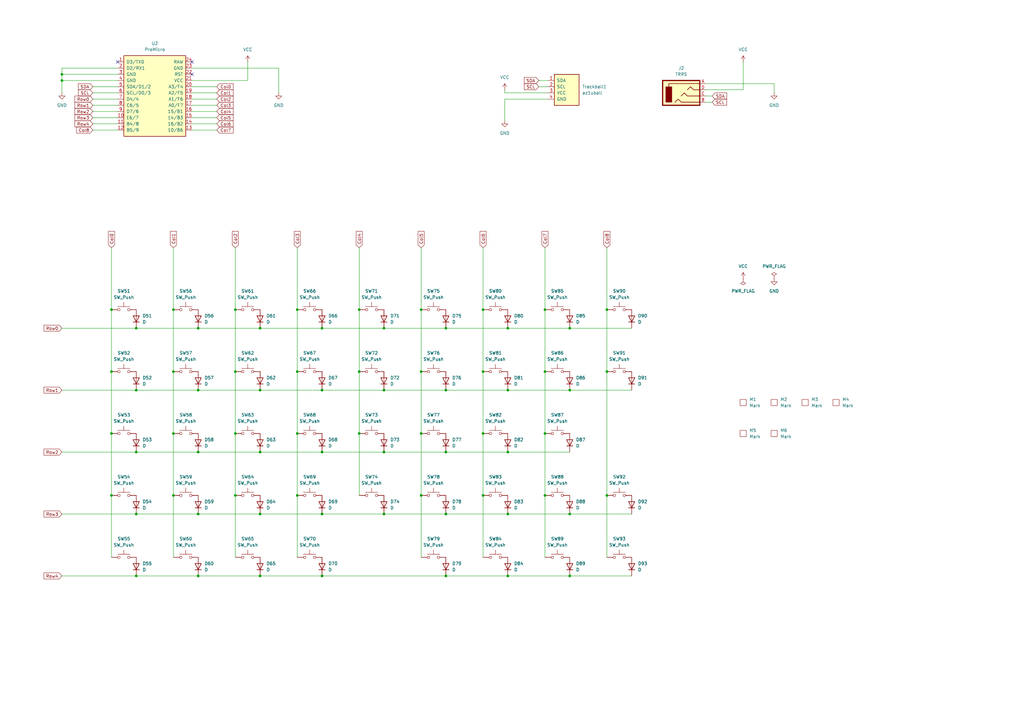
<source format=kicad_sch>
(kicad_sch (version 20231120) (generator "eeschema") (generator_version "8.0")
  (paper "A3")
  (lib_symbols
    (symbol "BrownSugar_KBD:Mark" (pin_numbers hide) (pin_names (offset 0) hide)
      (property "Reference" "M" (at 0 3.81 0))
      (property "Value" "Mark" (at 0 2.54 0))
      (symbol "Mark_0_1"
        (rectangle (start -1.27 1.27) (end 1.27 -1.27))
      )
    )
    (symbol "BrownSugar_KBD:OLED" (pin_names (offset 1.016))
      (property "Reference" "OL" (at 0 7.62 0))
      (property "Value" "OLED" (at 0 -7.62 0))
      (symbol "OLED_0_1"
        (rectangle (start -5.08 6.35) (end 5.08 -6.35) (stroke (width 0.254)) (fill (type background)))
      )
      (symbol "OLED_1_1"
        (pin bidirectional line (at -7.62 3.81 0) (length 2.54) (name "SDA") (number "1"))
        (pin bidirectional line (at -7.62 1.27 0) (length 2.54) (name "SCL") (number "2"))
        (pin power_in line (at -7.62 -1.27 0) (length 2.54) (name "VCC") (number "3"))
        (pin power_in line (at -7.62 -3.81 0) (length 2.54) (name "GND") (number "4"))
      )
    )
    (symbol "BrownSugar_KBD:ProMicro" (pin_names (offset 1.016))
      (property "Reference" "U" (at 0 17.78 0))
      (property "Value" "ProMicro" (at 0 -17.78 0))
      (symbol "ProMicro_0_1"
        (rectangle (start -12.7 16.51) (end 12.7 -16.51) (stroke (width 0.254)) (fill (type background)))
      )
      (symbol "ProMicro_1_1"
        (pin bidirectional line (at -15.24 13.97 0) (length 2.54) (name "D3/TX0") (number "1"))
        (pin bidirectional line (at -15.24 -8.89 0) (length 2.54) (name "E6/7") (number "10"))
        (pin bidirectional line (at -15.24 -11.43 0) (length 2.54) (name "B4/8") (number "11"))
        (pin bidirectional line (at -15.24 -13.97 0) (length 2.54) (name "B5/9") (number "12"))
        (pin bidirectional line (at 15.24 -13.97 180) (length 2.54) (name "10/B6") (number "13"))
        (pin bidirectional line (at 15.24 -11.43 180) (length 2.54) (name "16/B2") (number "14"))
        (pin bidirectional line (at 15.24 -8.89 180) (length 2.54) (name "14/B3") (number "15"))
        (pin bidirectional line (at 15.24 -6.35 180) (length 2.54) (name "15/B1") (number "16"))
        (pin bidirectional line (at 15.24 -3.81 180) (length 2.54) (name "A0/F7") (number "17"))
        (pin bidirectional line (at 15.24 -1.27 180) (length 2.54) (name "A1/F6") (number "18"))
        (pin bidirectional line (at 15.24 1.27 180) (length 2.54) (name "A2/F5") (number "19"))
        (pin bidirectional line (at -15.24 11.43 0) (length 2.54) (name "D2/RX1") (number "2"))
        (pin bidirectional line (at 15.24 3.81 180) (length 2.54) (name "A3/F4") (number "20"))
        (pin power_in line (at 15.24 6.35 180) (length 2.54) (name "VCC") (number "21"))
        (pin input line (at 15.24 8.89 180) (length 2.54) (name "RST") (number "22"))
        (pin power_in line (at 15.24 11.43 180) (length 2.54) (name "GND") (number "23"))
        (pin power_in line (at 15.24 13.97 180) (length 2.54) (name "RAW") (number "24"))
        (pin power_in line (at -15.24 8.89 0) (length 2.54) (name "GND") (number "3"))
        (pin power_in line (at -15.24 6.35 0) (length 2.54) (name "GND") (number "4"))
        (pin bidirectional line (at -15.24 3.81 0) (length 2.54) (name "SDA/D1/2") (number "5"))
        (pin bidirectional line (at -15.24 1.27 0) (length 2.54) (name "SCL/D0/3") (number "6"))
        (pin bidirectional line (at -15.24 -1.27 0) (length 2.54) (name "D4/4") (number "7"))
        (pin bidirectional line (at -15.24 -3.81 0) (length 2.54) (name "C6/5") (number "8"))
        (pin bidirectional line (at -15.24 -6.35 0) (length 2.54) (name "D7/6") (number "9"))
      )
    )
    (symbol "BrownSugar_KBD:TRRS" (pin_names (offset 1.016))
      (property "Reference" "J" (at 0 8.89 0))
      (property "Value" "TRRS" (at 0 6.35 0))
      (symbol "TRRS_0_1"
        (rectangle (start -7.62 5.08) (end 7.62 -5.08) (stroke (width 0.508)) (fill (type background)))
        (rectangle (start -6.35 2.54) (end -3.81 -3.81) (stroke (width 0.127)) (fill (type outline)))
        (polyline (pts (xy 7.62 3.81) (xy -5.08 3.81) (xy -5.08 2.54)) (stroke (width 0.254)))
        (polyline (pts (xy 7.62 -3.81) (xy 0 -3.81) (xy -1.27 -2.54) (xy -2.54 -3.81)) (stroke (width 0.254)))
        (polyline (pts (xy 7.62 -1.27) (xy 2.54 -1.27) (xy 1.27 0) (xy 0 -1.27)) (stroke (width 0.254)))
        (polyline (pts (xy 7.62 1.27) (xy 5.08 1.27) (xy 3.81 2.54) (xy 2.54 1.27)) (stroke (width 0.254)))
      )
      (symbol "TRRS_1_1"
        (pin bidirectional line (at 10.16 3.81 180) (length 2.54) (name "~") (number "A"))
        (pin bidirectional line (at 10.16 -3.81 180) (length 2.54) (name "~") (number "B"))
        (pin bidirectional line (at 10.16 -1.27 180) (length 2.54) (name "~") (number "C"))
        (pin bidirectional line (at 10.16 1.27 180) (length 2.54) (name "~") (number "D"))
      )
    )
    (symbol "Device:D" (pin_numbers hide) (pin_names (offset 1.016) hide)
      (property "Reference" "D" (at 0 2.54 0))
      (property "Value" "D" (at 0 -2.54 0))
      (symbol "D_0_1"
        (polyline (pts (xy -1.27 1.27) (xy -1.27 -1.27)) (stroke (width 0.254)))
        (polyline (pts (xy 1.27 0) (xy -1.27 0)))
        (polyline (pts (xy 1.27 1.27) (xy 1.27 -1.27) (xy -1.27 0) (xy 1.27 1.27)) (stroke (width 0.254)))
      )
      (symbol "D_1_1"
        (pin passive line (at -3.81 0 0) (length 2.54) (name "K") (number "1"))
        (pin passive line (at 3.81 0 180) (length 2.54) (name "A") (number "2"))
      )
    )
    (symbol "Switch:SW_Push" (pin_numbers hide) (pin_names (offset 1.016) hide)
      (property "Reference" "SW" (at 1.27 2.54 0))
      (property "Value" "SW_Push" (at 0 -1.524 0))
      (symbol "SW_Push_0_1"
        (circle (center -2.032 0) (radius 0.508))
        (polyline (pts (xy 0 1.27) (xy 0 3.048)))
        (polyline (pts (xy 2.54 1.27) (xy -2.54 1.27)))
        (circle (center 2.032 0) (radius 0.508))
        (pin passive line (at -5.08 0 0) (length 2.54) (name "1") (number "1"))
        (pin passive line (at 5.08 0 180) (length 2.54) (name "2") (number "2"))
      )
    )
    (symbol "power:GND" (power) (pin_numbers hide) (pin_names (offset 0) hide)
      (property "Value" "GND" (at 0 -3.81 0))
      (symbol "GND_0_1"
        (polyline (pts (xy 0 0) (xy 0 -1.27) (xy 1.27 -1.27) (xy 0 -2.54) (xy -1.27 -1.27) (xy 0 -1.27)))
      )
      (symbol "GND_1_1"
        (pin power_in line (at 0 0 270) (length 0) (name "~") (number "1"))
      )
    )
    (symbol "power:PWR_FLAG" (power) (pin_numbers hide) (pin_names (offset 0) hide)
      (property "Value" "PWR_FLAG" (at 0 3.81 0))
      (symbol "PWR_FLAG_0_0"
        (pin power_out line (at 0 0 90) (length 0) (name "~") (number "1"))
      )
      (symbol "PWR_FLAG_0_1"
        (polyline (pts (xy 0 0) (xy 0 1.27) (xy -1.016 1.905) (xy 0 2.54) (xy 1.016 1.905) (xy 0 1.27)))
      )
    )
    (symbol "power:VCC" (power) (pin_numbers hide) (pin_names (offset 0) hide)
      (property "Value" "VCC" (at 0 3.556 0))
      (symbol "VCC_0_1"
        (polyline (pts (xy -0.762 1.27) (xy 0 2.54)))
        (polyline (pts (xy 0 0) (xy 0 2.54)))
        (polyline (pts (xy 0 2.54) (xy 0.762 1.27)))
      )
      (symbol "VCC_1_1"
        (pin power_in line (at 0 0 90) (length 0) (name "~") (number "1"))
      )
    )
  )
  (junction (at 172.72 127))
  (junction (at 132.08 210.82))
  (junction (at 71.12 203.2))
  (junction (at 132.08 236.22))
  (junction (at 121.92 127))
  (junction (at 172.72 152.4))
  (junction (at 55.88 160.02))
  (junction (at 25.4 30.48))
  (junction (at 157.48 185.42))
  (junction (at 55.88 236.22))
  (junction (at 182.88 160.02))
  (junction (at 106.68 134.62))
  (junction (at 157.48 134.62))
  (junction (at 248.92 152.4))
  (junction (at 96.52 127))
  (junction (at 223.52 127))
  (junction (at 96.52 177.8))
  (junction (at 55.88 185.42))
  (junction (at 223.52 152.4))
  (junction (at 182.88 236.22))
  (junction (at 248.92 203.2))
  (junction (at 71.12 152.4))
  (junction (at 81.28 160.02))
  (junction (at 208.28 210.82))
  (junction (at 121.92 203.2))
  (junction (at 182.88 185.42))
  (junction (at 198.12 152.4))
  (junction (at 208.28 185.42))
  (junction (at 223.52 203.2))
  (junction (at 106.68 210.82))
  (junction (at 208.28 160.02))
  (junction (at 248.92 127))
  (junction (at 81.28 210.82))
  (junction (at 121.92 152.4))
  (junction (at 106.68 160.02))
  (junction (at 208.28 236.22))
  (junction (at 147.32 152.4))
  (junction (at 198.12 203.2))
  (junction (at 132.08 185.42))
  (junction (at 223.52 177.8))
  (junction (at 182.88 210.82))
  (junction (at 71.12 177.8))
  (junction (at 71.12 127))
  (junction (at 55.88 210.82))
  (junction (at 233.68 134.62))
  (junction (at 81.28 185.42))
  (junction (at 198.12 177.8))
  (junction (at 132.08 134.62))
  (junction (at 147.32 177.8))
  (junction (at 172.72 177.8))
  (junction (at 81.28 236.22))
  (junction (at 132.08 160.02))
  (junction (at 96.52 203.2))
  (junction (at 157.48 210.82))
  (junction (at 233.68 236.22))
  (junction (at 182.88 134.62))
  (junction (at 45.72 152.4))
  (junction (at 172.72 203.2))
  (junction (at 96.52 152.4))
  (junction (at 106.68 185.42))
  (junction (at 233.68 210.82))
  (junction (at 25.4 33.02))
  (junction (at 45.72 127))
  (junction (at 147.32 127))
  (junction (at 45.72 177.8))
  (junction (at 81.28 134.62))
  (junction (at 208.28 134.62))
  (junction (at 106.68 236.22))
  (junction (at 198.12 127))
  (junction (at 55.88 134.62))
  (junction (at 157.48 160.02))
  (junction (at 121.92 177.8))
  (junction (at 45.72 203.2))
  (junction (at 233.68 160.02))
  (no_connect (at 48.26 25.4))
  (no_connect (at 78.74 30.48))
  (no_connect (at 78.74 25.4))
  (wire (pts (xy 45.72 101.6) (xy 45.72 127)))
  (wire (pts (xy 208.28 185.42) (xy 233.68 185.42)))
  (wire (pts (xy 25.4 210.82) (xy 55.88 210.82)))
  (wire (pts (xy 248.92 203.2) (xy 248.92 228.6)))
  (wire (pts (xy 38.1 38.1) (xy 48.26 38.1)))
  (wire (pts (xy 208.28 134.62) (xy 233.68 134.62)))
  (wire (pts (xy 198.12 203.2) (xy 198.12 228.6)))
  (wire (pts (xy 38.1 53.34) (xy 48.26 53.34)))
  (wire (pts (xy 25.4 160.02) (xy 55.88 160.02)))
  (wire (pts (xy 38.1 35.56) (xy 48.26 35.56)))
  (wire (pts (xy 101.6 33.02) (xy 101.6 25.4)))
  (wire (pts (xy 147.32 101.6) (xy 147.32 127)))
  (wire (pts (xy 78.74 38.1) (xy 88.9 38.1)))
  (wire (pts (xy 223.52 177.8) (xy 223.52 203.2)))
  (wire (pts (xy 289.56 36.83) (xy 304.8 36.83)))
  (wire (pts (xy 38.1 43.18) (xy 48.26 43.18)))
  (wire (pts (xy 182.88 134.62) (xy 208.28 134.62)))
  (wire (pts (xy 233.68 134.62) (xy 259.08 134.62)))
  (wire (pts (xy 96.52 203.2) (xy 96.52 228.6)))
  (wire (pts (xy 223.52 127) (xy 223.52 152.4)))
  (wire (pts (xy 207.01 40.64) (xy 224.79 40.64)))
  (wire (pts (xy 48.26 30.48) (xy 25.4 30.48)))
  (wire (pts (xy 121.92 127) (xy 121.92 152.4)))
  (wire (pts (xy 121.92 152.4) (xy 121.92 177.8)))
  (wire (pts (xy 207.01 38.1) (xy 224.79 38.1)))
  (wire (pts (xy 96.52 177.8) (xy 96.52 203.2)))
  (wire (pts (xy 71.12 101.6) (xy 71.12 127)))
  (wire (pts (xy 81.28 236.22) (xy 106.68 236.22)))
  (wire (pts (xy 198.12 152.4) (xy 198.12 177.8)))
  (wire (pts (xy 38.1 48.26) (xy 48.26 48.26)))
  (wire (pts (xy 78.74 50.8) (xy 88.9 50.8)))
  (wire (pts (xy 172.72 127) (xy 172.72 152.4)))
  (wire (pts (xy 25.4 185.42) (xy 55.88 185.42)))
  (wire (pts (xy 38.1 40.64) (xy 48.26 40.64)))
  (wire (pts (xy 78.74 48.26) (xy 88.9 48.26)))
  (wire (pts (xy 25.4 27.94) (xy 48.26 27.94)))
  (wire (pts (xy 289.56 34.29) (xy 317.5 34.29)))
  (wire (pts (xy 55.88 236.22) (xy 81.28 236.22)))
  (wire (pts (xy 71.12 203.2) (xy 71.12 228.6)))
  (wire (pts (xy 157.48 134.62) (xy 182.88 134.62)))
  (wire (pts (xy 114.3 27.94) (xy 114.3 38.1)))
  (wire (pts (xy 55.88 210.82) (xy 81.28 210.82)))
  (wire (pts (xy 38.1 45.72) (xy 48.26 45.72)))
  (wire (pts (xy 248.92 101.6) (xy 248.92 127)))
  (wire (pts (xy 96.52 152.4) (xy 96.52 177.8)))
  (wire (pts (xy 106.68 236.22) (xy 132.08 236.22)))
  (wire (pts (xy 45.72 127) (xy 45.72 152.4)))
  (wire (pts (xy 81.28 134.62) (xy 106.68 134.62)))
  (wire (pts (xy 157.48 160.02) (xy 182.88 160.02)))
  (wire (pts (xy 71.12 152.4) (xy 71.12 177.8)))
  (wire (pts (xy 45.72 203.2) (xy 45.72 228.6)))
  (wire (pts (xy 172.72 203.2) (xy 172.72 228.6)))
  (wire (pts (xy 198.12 101.6) (xy 198.12 127)))
  (wire (pts (xy 207.01 36.83) (xy 207.01 38.1)))
  (wire (pts (xy 55.88 185.42) (xy 81.28 185.42)))
  (wire (pts (xy 106.68 160.02) (xy 132.08 160.02)))
  (wire (pts (xy 208.28 160.02) (xy 233.68 160.02)))
  (wire (pts (xy 248.92 127) (xy 248.92 152.4)))
  (wire (pts (xy 48.26 33.02) (xy 25.4 33.02)))
  (wire (pts (xy 25.4 134.62) (xy 55.88 134.62)))
  (wire (pts (xy 78.74 35.56) (xy 88.9 35.56)))
  (wire (pts (xy 71.12 177.8) (xy 71.12 203.2)))
  (wire (pts (xy 147.32 127) (xy 147.32 152.4)))
  (wire (pts (xy 223.52 152.4) (xy 223.52 177.8)))
  (wire (pts (xy 78.74 53.34) (xy 88.9 53.34)))
  (wire (pts (xy 182.88 160.02) (xy 208.28 160.02)))
  (wire (pts (xy 157.48 185.42) (xy 182.88 185.42)))
  (wire (pts (xy 248.92 152.4) (xy 248.92 203.2)))
  (wire (pts (xy 304.8 36.83) (xy 304.8 25.4)))
  (wire (pts (xy 55.88 160.02) (xy 81.28 160.02)))
  (wire (pts (xy 78.74 40.64) (xy 88.9 40.64)))
  (wire (pts (xy 132.08 160.02) (xy 157.48 160.02)))
  (wire (pts (xy 38.1 50.8) (xy 48.26 50.8)))
  (wire (pts (xy 208.28 236.22) (xy 233.68 236.22)))
  (wire (pts (xy 182.88 185.42) (xy 208.28 185.42)))
  (wire (pts (xy 207.01 40.64) (xy 207.01 49.53)))
  (wire (pts (xy 317.5 34.29) (xy 317.5 38.1)))
  (wire (pts (xy 220.98 33.02) (xy 224.79 33.02)))
  (wire (pts (xy 233.68 160.02) (xy 259.08 160.02)))
  (wire (pts (xy 121.92 203.2) (xy 121.92 228.6)))
  (wire (pts (xy 182.88 236.22) (xy 208.28 236.22)))
  (wire (pts (xy 121.92 177.8) (xy 121.92 203.2)))
  (wire (pts (xy 233.68 236.22) (xy 259.08 236.22)))
  (wire (pts (xy 172.72 152.4) (xy 172.72 177.8)))
  (wire (pts (xy 81.28 185.42) (xy 106.68 185.42)))
  (wire (pts (xy 45.72 177.8) (xy 45.72 203.2)))
  (wire (pts (xy 132.08 185.42) (xy 157.48 185.42)))
  (wire (pts (xy 55.88 134.62) (xy 81.28 134.62)))
  (wire (pts (xy 25.4 33.02) (xy 25.4 38.1)))
  (wire (pts (xy 172.72 177.8) (xy 172.72 203.2)))
  (wire (pts (xy 223.52 203.2) (xy 223.52 228.6)))
  (wire (pts (xy 121.92 101.6) (xy 121.92 127)))
  (wire (pts (xy 208.28 210.82) (xy 233.68 210.82)))
  (wire (pts (xy 78.74 43.18) (xy 88.9 43.18)))
  (wire (pts (xy 106.68 134.62) (xy 132.08 134.62)))
  (wire (pts (xy 96.52 101.6) (xy 96.52 127)))
  (wire (pts (xy 132.08 134.62) (xy 157.48 134.62)))
  (wire (pts (xy 114.3 27.94) (xy 78.74 27.94)))
  (wire (pts (xy 106.68 210.82) (xy 132.08 210.82)))
  (wire (pts (xy 96.52 127) (xy 96.52 152.4)))
  (wire (pts (xy 45.72 152.4) (xy 45.72 177.8)))
  (wire (pts (xy 25.4 30.48) (xy 25.4 33.02)))
  (wire (pts (xy 220.98 35.56) (xy 224.79 35.56)))
  (wire (pts (xy 182.88 210.82) (xy 208.28 210.82)))
  (wire (pts (xy 78.74 33.02) (xy 101.6 33.02)))
  (wire (pts (xy 106.68 185.42) (xy 132.08 185.42)))
  (wire (pts (xy 289.56 39.37) (xy 292.1 39.37)))
  (wire (pts (xy 157.48 210.82) (xy 182.88 210.82)))
  (wire (pts (xy 81.28 160.02) (xy 106.68 160.02)))
  (wire (pts (xy 25.4 27.94) (xy 25.4 30.48)))
  (wire (pts (xy 198.12 177.8) (xy 198.12 203.2)))
  (wire (pts (xy 71.12 127) (xy 71.12 152.4)))
  (wire (pts (xy 132.08 236.22) (xy 182.88 236.22)))
  (wire (pts (xy 25.4 236.22) (xy 55.88 236.22)))
  (wire (pts (xy 81.28 210.82) (xy 106.68 210.82)))
  (wire (pts (xy 233.68 210.82) (xy 259.08 210.82)))
  (wire (pts (xy 289.56 41.91) (xy 292.1 41.91)))
  (wire (pts (xy 198.12 127) (xy 198.12 152.4)))
  (wire (pts (xy 172.72 101.6) (xy 172.72 127)))
  (wire (pts (xy 78.74 45.72) (xy 88.9 45.72)))
  (wire (pts (xy 147.32 177.8) (xy 147.32 203.2)))
  (wire (pts (xy 132.08 210.82) (xy 157.48 210.82)))
  (wire (pts (xy 223.52 101.6) (xy 223.52 127)))
  (wire (pts (xy 147.32 152.4) (xy 147.32 177.8)))
  (global_label "Col7" (shape input) (at 88.9 53.34 0) (property "Intersheetrefs" "${INTERSHEET_REFS}" (effects (hide yes))))
  (global_label "Col6" (shape input) (at 88.9 50.8 0) (property "Intersheetrefs" "${INTERSHEET_REFS}" (effects (hide yes))))
  (global_label "Row0" (shape input) (at 25.4 134.62 180) (property "Intersheetrefs" "${INTERSHEET_REFS}" (effects (hide yes))))
  (global_label "Row2" (shape input) (at 25.4 185.42 180) (property "Intersheetrefs" "${INTERSHEET_REFS}" (effects (hide yes))))
  (global_label "Row0" (shape input) (at 38.1 40.64 180) (property "Intersheetrefs" "${INTERSHEET_REFS}" (effects (hide yes))))
  (global_label "Col3" (shape input) (at 121.92 101.6 90) (property "Intersheetrefs" "${INTERSHEET_REFS}" (effects (hide yes))))
  (global_label "Col8" (shape input) (at 248.92 101.6 90) (property "Intersheetrefs" "${INTERSHEET_REFS}" (effects (hide yes))))
  (global_label "Col7" (shape input) (at 223.52 101.6 90) (property "Intersheetrefs" "${INTERSHEET_REFS}" (effects (hide yes))))
  (global_label "Col5" (shape input) (at 88.9 48.26 0) (property "Intersheetrefs" "${INTERSHEET_REFS}" (effects (hide yes))))
  (global_label "Row3" (shape input) (at 38.1 48.26 180) (property "Intersheetrefs" "${INTERSHEET_REFS}" (effects (hide yes))))
  (global_label "SCL" (shape input) (at 220.98 35.56 180) (property "Intersheetrefs" "${INTERSHEET_REFS}" (effects (hide yes))))
  (global_label "Col4" (shape input) (at 147.32 101.6 90) (property "Intersheetrefs" "${INTERSHEET_REFS}" (effects (hide yes))))
  (global_label "Col0" (shape input) (at 88.9 35.56 0) (property "Intersheetrefs" "${INTERSHEET_REFS}" (effects (hide yes))))
  (global_label "SCL" (shape input) (at 292.1 41.91 0) (property "Intersheetrefs" "${INTERSHEET_REFS}" (effects (hide yes))))
  (global_label "Col1" (shape input) (at 88.9 38.1 0) (property "Intersheetrefs" "${INTERSHEET_REFS}" (effects (hide yes))))
  (global_label "Col3" (shape input) (at 88.9 43.18 0) (property "Intersheetrefs" "${INTERSHEET_REFS}" (effects (hide yes))))
  (global_label "Row4" (shape input) (at 38.1 50.8 180) (property "Intersheetrefs" "${INTERSHEET_REFS}" (effects (hide yes))))
  (global_label "Col5" (shape input) (at 172.72 101.6 90) (property "Intersheetrefs" "${INTERSHEET_REFS}" (effects (hide yes))))
  (global_label "Row4" (shape input) (at 25.4 236.22 180) (property "Intersheetrefs" "${INTERSHEET_REFS}" (effects (hide yes))))
  (global_label "Col0" (shape input) (at 45.72 101.6 90) (property "Intersheetrefs" "${INTERSHEET_REFS}" (effects (hide yes))))
  (global_label "SDA" (shape input) (at 220.98 33.02 180) (property "Intersheetrefs" "${INTERSHEET_REFS}" (effects (hide yes))))
  (global_label "Row1" (shape input) (at 25.4 160.02 180) (property "Intersheetrefs" "${INTERSHEET_REFS}" (effects (hide yes))))
  (global_label "Col1" (shape input) (at 71.12 101.6 90) (property "Intersheetrefs" "${INTERSHEET_REFS}" (effects (hide yes))))
  (global_label "Row3" (shape input) (at 25.4 210.82 180) (property "Intersheetrefs" "${INTERSHEET_REFS}" (effects (hide yes))))
  (global_label "Col2" (shape input) (at 96.52 101.6 90) (property "Intersheetrefs" "${INTERSHEET_REFS}" (effects (hide yes))))
  (global_label "Row2" (shape input) (at 38.1 45.72 180) (property "Intersheetrefs" "${INTERSHEET_REFS}" (effects (hide yes))))
  (global_label "SCL" (shape input) (at 38.1 38.1 180) (property "Intersheetrefs" "${INTERSHEET_REFS}" (effects (hide yes))))
  (global_label "Col8" (shape input) (at 38.1 53.34 180) (property "Intersheetrefs" "${INTERSHEET_REFS}" (effects (hide yes))))
  (global_label "SDA" (shape input) (at 292.1 39.37 0) (property "Intersheetrefs" "${INTERSHEET_REFS}" (effects (hide yes))))
  (global_label "Row1" (shape input) (at 38.1 43.18 180) (property "Intersheetrefs" "${INTERSHEET_REFS}" (effects (hide yes))))
  (global_label "Col4" (shape input) (at 88.9 45.72 0) (property "Intersheetrefs" "${INTERSHEET_REFS}" (effects (hide yes))))
  (global_label "SDA" (shape input) (at 38.1 35.56 180) (property "Intersheetrefs" "${INTERSHEET_REFS}" (effects (hide yes))))
  (global_label "Col6" (shape input) (at 198.12 101.6 90) (property "Intersheetrefs" "${INTERSHEET_REFS}" (effects (hide yes))))
  (global_label "Col2" (shape input) (at 88.9 40.64 0) (property "Intersheetrefs" "${INTERSHEET_REFS}" (effects (hide yes))))
  (symbol (lib_id "Device:D") (at 106.68 156.21 90) (unit 1)
    (property "Reference" "D62" (at 109.22 154.9399 90) (effects (justify right)))
    (property "Value" "D" (at 109.22 157.4799 90) (effects (justify right)))
    (property "Footprint" "kbd_Parts:Diode_TH_SMD" (effects (hide yes)))
    (property "Description" "Diode" (effects (hide yes)))
    (property "Sim.Device" "D" (effects (hide yes)))
    (property "Sim.Pins" "1=K 2=A" (effects (hide yes)))
  )
  (symbol (lib_id "Switch:SW_Push") (at 254 203.2 0) (mirror y) (unit 1)
    (property "Reference" "SW92" (at 254 195.58 0))
    (property "Value" "SW_Push" (at 254 198.12 0))
    (property "Footprint" "kbd_SW:Choc_Hotswap_1u" (effects (hide yes)))
    (property "Description" "Push button switch, generic, two pins" (effects (hide yes)))
  )
  (symbol (lib_id "Device:D") (at 182.88 156.21 90) (unit 1)
    (property "Reference" "D76" (at 185.42 154.9399 90) (effects (justify right)))
    (property "Value" "D" (at 185.42 157.4799 90) (effects (justify right)))
    (property "Footprint" "kbd_Parts:Diode_TH_SMD" (effects (hide yes)))
    (property "Description" "Diode" (effects (hide yes)))
    (property "Sim.Device" "D" (effects (hide yes)))
    (property "Sim.Pins" "1=K 2=A" (effects (hide yes)))
  )
  (symbol (lib_id "Device:D") (at 106.68 232.41 90) (unit 1)
    (property "Reference" "D65" (at 109.22 231.1399 90) (effects (justify right)))
    (property "Value" "D" (at 109.22 233.6799 90) (effects (justify right)))
    (property "Footprint" "kbd_Parts:Diode_TH_SMD" (effects (hide yes)))
    (property "Description" "Diode" (effects (hide yes)))
    (property "Sim.Device" "D" (effects (hide yes)))
    (property "Sim.Pins" "1=K 2=A" (effects (hide yes)))
  )
  (symbol (lib_id "Switch:SW_Push") (at 127 203.2 0) (mirror y) (unit 1)
    (property "Reference" "SW69" (at 127 195.58 0))
    (property "Value" "SW_Push" (at 127 198.12 0))
    (property "Footprint" "kbd_SW:Choc_Hotswap_1u" (effects (hide yes)))
    (property "Description" "Push button switch, generic, two pins" (effects (hide yes)))
  )
  (symbol (lib_id "Device:D") (at 233.68 130.81 90) (unit 1)
    (property "Reference" "D85" (at 236.22 129.5399 90) (effects (justify right)))
    (property "Value" "D" (at 236.22 132.0799 90) (effects (justify right)))
    (property "Footprint" "kbd_Parts:Diode_TH_SMD" (effects (hide yes)))
    (property "Description" "Diode" (effects (hide yes)))
    (property "Sim.Device" "D" (effects (hide yes)))
    (property "Sim.Pins" "1=K 2=A" (effects (hide yes)))
  )
  (symbol (lib_id "Switch:SW_Push") (at 76.2 228.6 0) (mirror y) (unit 1)
    (property "Reference" "SW60" (at 76.2 220.98 0))
    (property "Value" "SW_Push" (at 76.2 223.52 0))
    (property "Footprint" "kbd_SW:Choc_Hotswap_1u" (effects (hide yes)))
    (property "Description" "Push button switch, generic, two pins" (effects (hide yes)))
  )
  (symbol (lib_id "Device:D") (at 259.08 130.81 90) (unit 1)
    (property "Reference" "D90" (at 261.62 129.5399 90) (effects (justify right)))
    (property "Value" "D" (at 261.62 132.0799 90) (effects (justify right)))
    (property "Footprint" "kbd_Parts:Diode_TH_SMD" (effects (hide yes)))
    (property "Description" "Diode" (effects (hide yes)))
    (property "Sim.Device" "D" (effects (hide yes)))
    (property "Sim.Pins" "1=K 2=A" (effects (hide yes)))
  )
  (symbol (lib_id "Switch:SW_Push") (at 101.6 177.8 0) (mirror y) (unit 1)
    (property "Reference" "SW63" (at 101.6 170.18 0))
    (property "Value" "SW_Push" (at 101.6 172.72 0))
    (property "Footprint" "kbd_SW:Choc_Hotswap_1u" (effects (hide yes)))
    (property "Description" "Push button switch, generic, two pins" (effects (hide yes)))
  )
  (symbol (lib_id "power:PWR_FLAG") (at 317.5 114.3 0) (unit 1)
    (property "Reference" "#FLG03" (effects (hide yes)))
    (property "Value" "PWR_FLAG" (at 317.5 109.22 0))
    (property "Description" "Special symbol for telling ERC where power comes from" (effects (hide yes)))
  )
  (symbol (lib_id "Device:D") (at 132.08 232.41 90) (unit 1)
    (property "Reference" "D70" (at 134.62 231.1399 90) (effects (justify right)))
    (property "Value" "D" (at 134.62 233.6799 90) (effects (justify right)))
    (property "Footprint" "kbd_Parts:Diode_TH_SMD" (effects (hide yes)))
    (property "Description" "Diode" (effects (hide yes)))
    (property "Sim.Device" "D" (effects (hide yes)))
    (property "Sim.Pins" "1=K 2=A" (effects (hide yes)))
  )
  (symbol (lib_id "Device:D") (at 208.28 207.01 90) (unit 1)
    (property "Reference" "D83" (at 210.82 205.7399 90) (effects (justify right)))
    (property "Value" "D" (at 210.82 208.2799 90) (effects (justify right)))
    (property "Footprint" "kbd_Parts:Diode_TH_SMD" (effects (hide yes)))
    (property "Description" "Diode" (effects (hide yes)))
    (property "Sim.Device" "D" (effects (hide yes)))
    (property "Sim.Pins" "1=K 2=A" (effects (hide yes)))
  )
  (symbol (lib_id "Switch:SW_Push") (at 101.6 152.4 0) (mirror y) (unit 1)
    (property "Reference" "SW62" (at 101.6 144.78 0))
    (property "Value" "SW_Push" (at 101.6 147.32 0))
    (property "Footprint" "kbd_SW:Choc_Hotswap_1u" (effects (hide yes)))
    (property "Description" "Push button switch, generic, two pins" (effects (hide yes)))
  )
  (symbol (lib_id "Device:D") (at 132.08 207.01 90) (unit 1)
    (property "Reference" "D69" (at 134.62 205.7399 90) (effects (justify right)))
    (property "Value" "D" (at 134.62 208.2799 90) (effects (justify right)))
    (property "Footprint" "kbd_Parts:Diode_TH_SMD" (effects (hide yes)))
    (property "Description" "Diode" (effects (hide yes)))
    (property "Sim.Device" "D" (effects (hide yes)))
    (property "Sim.Pins" "1=K 2=A" (effects (hide yes)))
  )
  (symbol (lib_id "Switch:SW_Push") (at 228.6 177.8 0) (mirror y) (unit 1)
    (property "Reference" "SW87" (at 228.6 170.18 0))
    (property "Value" "SW_Push" (at 228.6 172.72 0))
    (property "Footprint" "kbd_SW:Choc_Hotswap_2u_Stab" (effects (hide yes)))
    (property "Description" "Push button switch, generic, two pins" (effects (hide yes)))
  )
  (symbol (lib_id "Device:D") (at 233.68 156.21 90) (unit 1)
    (property "Reference" "D86" (at 236.22 154.9399 90) (effects (justify right)))
    (property "Value" "D" (at 236.22 157.4799 90) (effects (justify right)))
    (property "Footprint" "kbd_Parts:Diode_TH_SMD" (effects (hide yes)))
    (property "Description" "Diode" (effects (hide yes)))
    (property "Sim.Device" "D" (effects (hide yes)))
    (property "Sim.Pins" "1=K 2=A" (effects (hide yes)))
  )
  (symbol (lib_id "Device:D") (at 233.68 232.41 90) (unit 1)
    (property "Reference" "D89" (at 236.22 231.1399 90) (effects (justify right)))
    (property "Value" "D" (at 236.22 233.6799 90) (effects (justify right)))
    (property "Footprint" "kbd_Parts:Diode_TH_SMD" (effects (hide yes)))
    (property "Description" "Diode" (effects (hide yes)))
    (property "Sim.Device" "D" (effects (hide yes)))
    (property "Sim.Pins" "1=K 2=A" (effects (hide yes)))
  )
  (symbol (lib_id "Device:D") (at 157.48 156.21 90) (unit 1)
    (property "Reference" "D72" (at 160.02 154.9399 90) (effects (justify right)))
    (property "Value" "D" (at 160.02 157.4799 90) (effects (justify right)))
    (property "Footprint" "kbd_Parts:Diode_TH_SMD" (effects (hide yes)))
    (property "Description" "Diode" (effects (hide yes)))
    (property "Sim.Device" "D" (effects (hide yes)))
    (property "Sim.Pins" "1=K 2=A" (effects (hide yes)))
  )
  (symbol (lib_id "Switch:SW_Push") (at 203.2 152.4 0) (mirror y) (unit 1)
    (property "Reference" "SW81" (at 203.2 144.78 0))
    (property "Value" "SW_Push" (at 203.2 147.32 0))
    (property "Footprint" "kbd_SW:Choc_Hotswap_1u" (effects (hide yes)))
    (property "Description" "Push button switch, generic, two pins" (effects (hide yes)))
  )
  (symbol (lib_id "Switch:SW_Push") (at 203.2 177.8 0) (mirror y) (unit 1)
    (property "Reference" "SW82" (at 203.2 170.18 0))
    (property "Value" "SW_Push" (at 203.2 172.72 0))
    (property "Footprint" "kbd_SW:Choc_Hotswap_1u" (effects (hide yes)))
    (property "Description" "Push button switch, generic, two pins" (effects (hide yes)))
  )
  (symbol (lib_id "Switch:SW_Push") (at 177.8 177.8 0) (mirror y) (unit 1)
    (property "Reference" "SW77" (at 177.8 170.18 0))
    (property "Value" "SW_Push" (at 177.8 172.72 0))
    (property "Footprint" "kbd_SW:Choc_Hotswap_1u" (effects (hide yes)))
    (property "Description" "Push button switch, generic, two pins" (effects (hide yes)))
  )
  (symbol (lib_id "Device:D") (at 106.68 207.01 90) (unit 1)
    (property "Reference" "D64" (at 109.22 205.7399 90) (effects (justify right)))
    (property "Value" "D" (at 109.22 208.2799 90) (effects (justify right)))
    (property "Footprint" "kbd_Parts:Diode_TH_SMD" (effects (hide yes)))
    (property "Description" "Diode" (effects (hide yes)))
    (property "Sim.Device" "D" (effects (hide yes)))
    (property "Sim.Pins" "1=K 2=A" (effects (hide yes)))
  )
  (symbol (lib_id "Device:D") (at 132.08 130.81 90) (unit 1)
    (property "Reference" "D66" (at 134.62 129.5399 90) (effects (justify right)))
    (property "Value" "D" (at 134.62 132.0799 90) (effects (justify right)))
    (property "Footprint" "kbd_Parts:Diode_TH_SMD" (effects (hide yes)))
    (property "Description" "Diode" (effects (hide yes)))
    (property "Sim.Device" "D" (effects (hide yes)))
    (property "Sim.Pins" "1=K 2=A" (effects (hide yes)))
  )
  (symbol (lib_id "Device:D") (at 182.88 130.81 90) (unit 1)
    (property "Reference" "D75" (at 185.42 129.5399 90) (effects (justify right)))
    (property "Value" "D" (at 185.42 132.0799 90) (effects (justify right)))
    (property "Footprint" "kbd_Parts:Diode_TH_SMD" (effects (hide yes)))
    (property "Description" "Diode" (effects (hide yes)))
    (property "Sim.Device" "D" (effects (hide yes)))
    (property "Sim.Pins" "1=K 2=A" (effects (hide yes)))
  )
  (symbol (lib_id "Switch:SW_Push") (at 76.2 152.4 0) (mirror y) (unit 1)
    (property "Reference" "SW57" (at 76.2 144.78 0))
    (property "Value" "SW_Push" (at 76.2 147.32 0))
    (property "Footprint" "kbd_SW:Choc_Hotswap_1u" (effects (hide yes)))
    (property "Description" "Push button switch, generic, two pins" (effects (hide yes)))
  )
  (symbol (lib_id "Device:D") (at 132.08 156.21 90) (unit 1)
    (property "Reference" "D67" (at 134.62 154.9399 90) (effects (justify right)))
    (property "Value" "D" (at 134.62 157.4799 90) (effects (justify right)))
    (property "Footprint" "kbd_Parts:Diode_TH_SMD" (effects (hide yes)))
    (property "Description" "Diode" (effects (hide yes)))
    (property "Sim.Device" "D" (effects (hide yes)))
    (property "Sim.Pins" "1=K 2=A" (effects (hide yes)))
  )
  (symbol (lib_id "Device:D") (at 55.88 156.21 90) (unit 1)
    (property "Reference" "D52" (at 58.42 154.9399 90) (effects (justify right)))
    (property "Value" "D" (at 58.42 157.4799 90) (effects (justify right)))
    (property "Footprint" "kbd_Parts:Diode_TH_SMD" (effects (hide yes)))
    (property "Description" "Diode" (effects (hide yes)))
    (property "Sim.Device" "D" (effects (hide yes)))
    (property "Sim.Pins" "1=K 2=A" (effects (hide yes)))
  )
  (symbol (lib_id "Device:D") (at 259.08 207.01 90) (unit 1)
    (property "Reference" "D92" (at 261.62 205.7399 90) (effects (justify right)))
    (property "Value" "D" (at 261.62 208.2799 90) (effects (justify right)))
    (property "Footprint" "kbd_Parts:Diode_TH_SMD" (effects (hide yes)))
    (property "Description" "Diode" (effects (hide yes)))
    (property "Sim.Device" "D" (effects (hide yes)))
    (property "Sim.Pins" "1=K 2=A" (effects (hide yes)))
  )
  (symbol (lib_id "Switch:SW_Push") (at 50.8 203.2 0) (mirror y) (unit 1)
    (property "Reference" "SW54" (at 50.8 195.58 0))
    (property "Value" "SW_Push" (at 50.8 198.12 0))
    (property "Footprint" "kbd_SW:Choc_Hotswap_1u" (effects (hide yes)))
    (property "Description" "Push button switch, generic, two pins" (effects (hide yes)))
  )
  (symbol (lib_id "Switch:SW_Push") (at 177.8 228.6 0) (mirror y) (unit 1)
    (property "Reference" "SW79" (at 177.8 220.98 0))
    (property "Value" "SW_Push" (at 177.8 223.52 0))
    (property "Footprint" "kbd_SW:Choc_Hotswap_1u" (effects (hide yes)))
    (property "Description" "Push button switch, generic, two pins" (effects (hide yes)))
  )
  (symbol (lib_id "BrownSugar_KBD:Mark") (at 317.5 177.8 0) (unit 1)
    (property "Reference" "M6" (at 320.04 176.5299 0) (effects (justify left)))
    (property "Value" "Mark" (at 320.04 179.0699 0) (effects (justify left)))
    (property "Footprint" "kbd_Hole:m2_Screw_Hole" (effects (hide yes)))
  )
  (symbol (lib_id "Device:D") (at 55.88 232.41 90) (unit 1)
    (property "Reference" "D55" (at 58.42 231.1399 90) (effects (justify right)))
    (property "Value" "D" (at 58.42 233.6799 90) (effects (justify right)))
    (property "Footprint" "kbd_Parts:Diode_TH_SMD" (effects (hide yes)))
    (property "Description" "Diode" (effects (hide yes)))
    (property "Sim.Device" "D" (effects (hide yes)))
    (property "Sim.Pins" "1=K 2=A" (effects (hide yes)))
  )
  (symbol (lib_id "Switch:SW_Push") (at 177.8 203.2 0) (mirror y) (unit 1)
    (property "Reference" "SW78" (at 177.8 195.58 0))
    (property "Value" "SW_Push" (at 177.8 198.12 0))
    (property "Footprint" "kbd_SW:Choc_Hotswap_1u" (effects (hide yes)))
    (property "Description" "Push button switch, generic, two pins" (effects (hide yes)))
  )
  (symbol (lib_id "Device:D") (at 182.88 232.41 90) (unit 1)
    (property "Reference" "D79" (at 185.42 231.1399 90) (effects (justify right)))
    (property "Value" "D" (at 185.42 233.6799 90) (effects (justify right)))
    (property "Footprint" "kbd_Parts:Diode_TH_SMD" (effects (hide yes)))
    (property "Description" "Diode" (effects (hide yes)))
    (property "Sim.Device" "D" (effects (hide yes)))
    (property "Sim.Pins" "1=K 2=A" (effects (hide yes)))
  )
  (symbol (lib_id "Switch:SW_Push") (at 228.6 152.4 0) (mirror y) (unit 1)
    (property "Reference" "SW86" (at 228.6 144.78 0))
    (property "Value" "SW_Push" (at 228.6 147.32 0))
    (property "Footprint" "kbd_SW:Choc_Hotswap_1u" (effects (hide yes)))
    (property "Description" "Push button switch, generic, two pins" (effects (hide yes)))
  )
  (symbol (lib_id "Switch:SW_Push") (at 127 152.4 0) (mirror y) (unit 1)
    (property "Reference" "SW67" (at 127 144.78 0))
    (property "Value" "SW_Push" (at 127 147.32 0))
    (property "Footprint" "kbd_SW:Choc_Hotswap_1u" (effects (hide yes)))
    (property "Description" "Push button switch, generic, two pins" (effects (hide yes)))
  )
  (symbol (lib_id "Device:D") (at 106.68 181.61 90) (unit 1)
    (property "Reference" "D63" (at 109.22 180.3399 90) (effects (justify right)))
    (property "Value" "D" (at 109.22 182.8799 90) (effects (justify right)))
    (property "Footprint" "kbd_Parts:Diode_TH_SMD" (effects (hide yes)))
    (property "Description" "Diode" (effects (hide yes)))
    (property "Sim.Device" "D" (effects (hide yes)))
    (property "Sim.Pins" "1=K 2=A" (effects (hide yes)))
  )
  (symbol (lib_id "Device:D") (at 55.88 207.01 90) (unit 1)
    (property "Reference" "D54" (at 58.42 205.7399 90) (effects (justify right)))
    (property "Value" "D" (at 58.42 208.2799 90) (effects (justify right)))
    (property "Footprint" "kbd_Parts:Diode_TH_SMD" (effects (hide yes)))
    (property "Description" "Diode" (effects (hide yes)))
    (property "Sim.Device" "D" (effects (hide yes)))
    (property "Sim.Pins" "1=K 2=A" (effects (hide yes)))
  )
  (symbol (lib_id "Device:D") (at 208.28 181.61 90) (unit 1)
    (property "Reference" "D82" (at 210.82 180.3399 90) (effects (justify right)))
    (property "Value" "D" (at 210.82 182.8799 90) (effects (justify right)))
    (property "Footprint" "kbd_Parts:Diode_TH_SMD" (effects (hide yes)))
    (property "Description" "Diode" (effects (hide yes)))
    (property "Sim.Device" "D" (effects (hide yes)))
    (property "Sim.Pins" "1=K 2=A" (effects (hide yes)))
  )
  (symbol (lib_id "power:VCC") (at 304.8 114.3 0) (unit 1)
    (property "Reference" "#PWR03" (effects (hide yes)))
    (property "Value" "VCC" (at 304.8 109.22 0))
    (property "Description" "Power symbol creates a global label with name \"VCC\"" (effects (hide yes)))
  )
  (symbol (lib_id "Device:D") (at 182.88 207.01 90) (unit 1)
    (property "Reference" "D78" (at 185.42 205.7399 90) (effects (justify right)))
    (property "Value" "D" (at 185.42 208.2799 90) (effects (justify right)))
    (property "Footprint" "kbd_Parts:Diode_TH_SMD" (effects (hide yes)))
    (property "Description" "Diode" (effects (hide yes)))
    (property "Sim.Device" "D" (effects (hide yes)))
    (property "Sim.Pins" "1=K 2=A" (effects (hide yes)))
  )
  (symbol (lib_id "Device:D") (at 157.48 130.81 90) (unit 1)
    (property "Reference" "D71" (at 160.02 129.5399 90) (effects (justify right)))
    (property "Value" "D" (at 160.02 132.0799 90) (effects (justify right)))
    (property "Footprint" "kbd_Parts:Diode_TH_SMD" (effects (hide yes)))
    (property "Description" "Diode" (effects (hide yes)))
    (property "Sim.Device" "D" (effects (hide yes)))
    (property "Sim.Pins" "1=K 2=A" (effects (hide yes)))
  )
  (symbol (lib_id "Switch:SW_Push") (at 254 152.4 0) (mirror y) (unit 1)
    (property "Reference" "SW91" (at 254 144.78 0))
    (property "Value" "SW_Push" (at 254 147.32 0))
    (property "Footprint" "kbd_SW:Choc_Hotswap_1u" (effects (hide yes)))
    (property "Description" "Push button switch, generic, two pins" (effects (hide yes)))
  )
  (symbol (lib_id "Switch:SW_Push") (at 177.8 127 0) (mirror y) (unit 1)
    (property "Reference" "SW75" (at 177.8 119.38 0))
    (property "Value" "SW_Push" (at 177.8 121.92 0))
    (property "Footprint" "kbd_SW:Choc_Hotswap_1u" (effects (hide yes)))
    (property "Description" "Push button switch, generic, two pins" (effects (hide yes)))
  )
  (symbol (lib_id "Device:D") (at 55.88 181.61 90) (unit 1)
    (property "Reference" "D53" (at 58.42 180.3399 90) (effects (justify right)))
    (property "Value" "D" (at 58.42 182.8799 90) (effects (justify right)))
    (property "Footprint" "kbd_Parts:Diode_TH_SMD" (effects (hide yes)))
    (property "Description" "Diode" (effects (hide yes)))
    (property "Sim.Device" "D" (effects (hide yes)))
    (property "Sim.Pins" "1=K 2=A" (effects (hide yes)))
  )
  (symbol (lib_id "Switch:SW_Push") (at 50.8 228.6 0) (mirror y) (unit 1)
    (property "Reference" "SW55" (at 50.8 220.98 0))
    (property "Value" "SW_Push" (at 50.8 223.52 0))
    (property "Footprint" "kbd_SW:Choc_Hotswap_1u" (effects (hide yes)))
    (property "Description" "Push button switch, generic, two pins" (effects (hide yes)))
  )
  (symbol (lib_id "Switch:SW_Push") (at 177.8 152.4 0) (mirror y) (unit 1)
    (property "Reference" "SW76" (at 177.8 144.78 0))
    (property "Value" "SW_Push" (at 177.8 147.32 0))
    (property "Footprint" "kbd_SW:Choc_Hotswap_1u" (effects (hide yes)))
    (property "Description" "Push button switch, generic, two pins" (effects (hide yes)))
  )
  (symbol (lib_id "Switch:SW_Push") (at 101.6 203.2 0) (mirror y) (unit 1)
    (property "Reference" "SW64" (at 101.6 195.58 0))
    (property "Value" "SW_Push" (at 101.6 198.12 0))
    (property "Footprint" "kbd_SW:Choc_Hotswap_1u" (effects (hide yes)))
    (property "Description" "Push button switch, generic, two pins" (effects (hide yes)))
  )
  (symbol (lib_id "Switch:SW_Push") (at 152.4 152.4 0) (mirror y) (unit 1)
    (property "Reference" "SW72" (at 152.4 144.78 0))
    (property "Value" "SW_Push" (at 152.4 147.32 0))
    (property "Footprint" "kbd_SW:Choc_Hotswap_1u" (effects (hide yes)))
    (property "Description" "Push button switch, generic, two pins" (effects (hide yes)))
  )
  (symbol (lib_id "Switch:SW_Push") (at 76.2 203.2 0) (mirror y) (unit 1)
    (property "Reference" "SW59" (at 76.2 195.58 0))
    (property "Value" "SW_Push" (at 76.2 198.12 0))
    (property "Footprint" "kbd_SW:Choc_Hotswap_1u" (effects (hide yes)))
    (property "Description" "Push button switch, generic, two pins" (effects (hide yes)))
  )
  (symbol (lib_id "Device:D") (at 81.28 130.81 90) (unit 1)
    (property "Reference" "D56" (at 83.82 129.5399 90) (effects (justify right)))
    (property "Value" "D" (at 83.82 132.0799 90) (effects (justify right)))
    (property "Footprint" "kbd_Parts:Diode_TH_SMD" (effects (hide yes)))
    (property "Description" "Diode" (effects (hide yes)))
    (property "Sim.Device" "D" (effects (hide yes)))
    (property "Sim.Pins" "1=K 2=A" (effects (hide yes)))
  )
  (symbol (lib_id "power:GND") (at 207.01 49.53 0) (unit 1)
    (property "Reference" "#PWR011" (effects (hide yes)))
    (property "Value" "GND" (at 207.01 54.61 0))
    (property "Description" "Power symbol creates a global label with name \"GND\" , ground" (effects (hide yes)))
  )
  (symbol (lib_id "Device:D") (at 106.68 130.81 90) (unit 1)
    (property "Reference" "D61" (at 109.22 129.5399 90) (effects (justify right)))
    (property "Value" "D" (at 109.22 132.0799 90) (effects (justify right)))
    (property "Footprint" "kbd_Parts:Diode_TH_SMD" (effects (hide yes)))
    (property "Description" "Diode" (effects (hide yes)))
    (property "Sim.Device" "D" (effects (hide yes)))
    (property "Sim.Pins" "1=K 2=A" (effects (hide yes)))
  )
  (symbol (lib_id "Switch:SW_Push") (at 228.6 203.2 0) (mirror y) (unit 1)
    (property "Reference" "SW88" (at 228.6 195.58 0))
    (property "Value" "SW_Push" (at 228.6 198.12 0))
    (property "Footprint" "kbd_SW:Choc_Hotswap_1u" (effects (hide yes)))
    (property "Description" "Push button switch, generic, two pins" (effects (hide yes)))
  )
  (symbol (lib_id "Switch:SW_Push") (at 203.2 228.6 0) (mirror y) (unit 1)
    (property "Reference" "SW84" (at 203.2 220.98 0))
    (property "Value" "SW_Push" (at 203.2 223.52 0))
    (property "Footprint" "kbd_SW:Choc_Hotswap_1u" (effects (hide yes)))
    (property "Description" "Push button switch, generic, two pins" (effects (hide yes)))
  )
  (symbol (lib_id "Device:D") (at 259.08 232.41 90) (unit 1)
    (property "Reference" "D93" (at 261.62 231.1399 90) (effects (justify right)))
    (property "Value" "D" (at 261.62 233.6799 90) (effects (justify right)))
    (property "Footprint" "kbd_Parts:Diode_TH_SMD" (effects (hide yes)))
    (property "Description" "Diode" (effects (hide yes)))
    (property "Sim.Device" "D" (effects (hide yes)))
    (property "Sim.Pins" "1=K 2=A" (effects (hide yes)))
  )
  (symbol (lib_id "Switch:SW_Push") (at 127 228.6 0) (mirror y) (unit 1)
    (property "Reference" "SW70" (at 127 220.98 0))
    (property "Value" "SW_Push" (at 127 223.52 0))
    (property "Footprint" "kbd_SW:Choc_Hotswap_1u" (effects (hide yes)))
    (property "Description" "Push button switch, generic, two pins" (effects (hide yes)))
  )
  (symbol (lib_id "Device:D") (at 208.28 130.81 90) (unit 1)
    (property "Reference" "D80" (at 210.82 129.5399 90) (effects (justify right)))
    (property "Value" "D" (at 210.82 132.0799 90) (effects (justify right)))
    (property "Footprint" "kbd_Parts:Diode_TH_SMD" (effects (hide yes)))
    (property "Description" "Diode" (effects (hide yes)))
    (property "Sim.Device" "D" (effects (hide yes)))
    (property "Sim.Pins" "1=K 2=A" (effects (hide yes)))
  )
  (symbol (lib_id "Switch:SW_Push") (at 50.8 152.4 0) (mirror y) (unit 1)
    (property "Reference" "SW52" (at 50.8 144.78 0))
    (property "Value" "SW_Push" (at 50.8 147.32 0))
    (property "Footprint" "kbd_SW:Choc_Hotswap_1u" (effects (hide yes)))
    (property "Description" "Push button switch, generic, two pins" (effects (hide yes)))
  )
  (symbol (lib_id "Device:D") (at 182.88 181.61 90) (unit 1)
    (property "Reference" "D77" (at 185.42 180.3399 90) (effects (justify right)))
    (property "Value" "D" (at 185.42 182.8799 90) (effects (justify right)))
    (property "Footprint" "kbd_Parts:Diode_TH_SMD" (effects (hide yes)))
    (property "Description" "Diode" (effects (hide yes)))
    (property "Sim.Device" "D" (effects (hide yes)))
    (property "Sim.Pins" "1=K 2=A" (effects (hide yes)))
  )
  (symbol (lib_id "BrownSugar_KBD:Mark") (at 304.8 165.1 0) (unit 1)
    (property "Reference" "M1" (at 307.34 163.8299 0) (effects (justify left)))
    (property "Value" "Mark" (at 307.34 166.3699 0) (effects (justify left)))
    (property "Footprint" "kbd_Hole:m2_Spacer_Hole_hex" (effects (hide yes)))
  )
  (symbol (lib_id "Switch:SW_Push") (at 76.2 177.8 0) (mirror y) (unit 1)
    (property "Reference" "SW58" (at 76.2 170.18 0))
    (property "Value" "SW_Push" (at 76.2 172.72 0))
    (property "Footprint" "kbd_SW:Choc_Hotswap_1u" (effects (hide yes)))
    (property "Description" "Push button switch, generic, two pins" (effects (hide yes)))
  )
  (symbol (lib_id "Device:D") (at 208.28 232.41 90) (unit 1)
    (property "Reference" "D84" (at 210.82 231.1399 90) (effects (justify right)))
    (property "Value" "D" (at 210.82 233.6799 90) (effects (justify right)))
    (property "Footprint" "kbd_Parts:Diode_TH_SMD" (effects (hide yes)))
    (property "Description" "Diode" (effects (hide yes)))
    (property "Sim.Device" "D" (effects (hide yes)))
    (property "Sim.Pins" "1=K 2=A" (effects (hide yes)))
  )
  (symbol (lib_id "Device:D") (at 81.28 207.01 90) (unit 1)
    (property "Reference" "D59" (at 83.82 205.7399 90) (effects (justify right)))
    (property "Value" "D" (at 83.82 208.2799 90) (effects (justify right)))
    (property "Footprint" "kbd_Parts:Diode_TH_SMD" (effects (hide yes)))
    (property "Description" "Diode" (effects (hide yes)))
    (property "Sim.Device" "D" (effects (hide yes)))
    (property "Sim.Pins" "1=K 2=A" (effects (hide yes)))
  )
  (symbol (lib_id "BrownSugar_KBD:OLED") (at 232.41 36.83 0) (unit 1)
    (property "Reference" "Trackball1" (at 238.76 35.5599 0) (effects (justify left)))
    (property "Value" "az1uball" (at 238.76 38.0999 0) (effects (justify left)))
    (property "Footprint" "kicad:AZ1UBALL" (effects (hide yes)))
  )
  (symbol (lib_id "BrownSugar_KBD:Mark") (at 330.2 165.1 0) (unit 1)
    (property "Reference" "M3" (at 332.74 163.8299 0) (effects (justify left)))
    (property "Value" "Mark" (at 332.74 166.3699 0) (effects (justify left)))
    (property "Footprint" "kbd_Hole:m2_Spacer_Hole_hex" (effects (hide yes)))
  )
  (symbol (lib_id "BrownSugar_KBD:Mark") (at 304.8 177.8 0) (unit 1)
    (property "Reference" "M5" (at 307.34 176.5299 0) (effects (justify left)))
    (property "Value" "Mark" (at 307.34 179.0699 0) (effects (justify left)))
    (property "Footprint" "kbd_Hole:m2_Screw_Hole" (effects (hide yes)))
  )
  (symbol (lib_id "power:GND") (at 317.5 114.3 0) (unit 1)
    (property "Reference" "#PWR04" (effects (hide yes)))
    (property "Value" "GND" (at 317.5 119.38 0))
    (property "Description" "Power symbol creates a global label with name \"GND\" , ground" (effects (hide yes)))
  )
  (symbol (lib_id "BrownSugar_KBD:Mark") (at 342.9 165.1 0) (unit 1)
    (property "Reference" "M4" (at 345.44 163.8299 0) (effects (justify left)))
    (property "Value" "Mark" (at 345.44 166.3699 0) (effects (justify left)))
    (property "Footprint" "kbd_Hole:m2_Spacer_Hole_hex" (effects (hide yes)))
  )
  (symbol (lib_id "Device:D") (at 208.28 156.21 90) (unit 1)
    (property "Reference" "D81" (at 210.82 154.9399 90) (effects (justify right)))
    (property "Value" "D" (at 210.82 157.4799 90) (effects (justify right)))
    (property "Footprint" "kbd_Parts:Diode_TH_SMD" (effects (hide yes)))
    (property "Description" "Diode" (effects (hide yes)))
    (property "Sim.Device" "D" (effects (hide yes)))
    (property "Sim.Pins" "1=K 2=A" (effects (hide yes)))
  )
  (symbol (lib_id "power:VCC") (at 304.8 25.4 0) (unit 1)
    (property "Reference" "#PWR08" (effects (hide yes)))
    (property "Value" "VCC" (at 304.8 20.32 0))
    (property "Description" "Power symbol creates a global label with name \"VCC\"" (effects (hide yes)))
  )
  (symbol (lib_id "power:VCC") (at 207.01 36.83 0) (unit 1)
    (property "Reference" "#PWR010" (effects (hide yes)))
    (property "Value" "VCC" (at 207.01 31.75 0))
    (property "Description" "Power symbol creates a global label with name \"VCC\"" (effects (hide yes)))
  )
  (symbol (lib_id "Switch:SW_Push") (at 101.6 228.6 0) (mirror y) (unit 1)
    (property "Reference" "SW65" (at 101.6 220.98 0))
    (property "Value" "SW_Push" (at 101.6 223.52 0))
    (property "Footprint" "kbd_SW:Choc_Hotswap_1u" (effects (hide yes)))
    (property "Description" "Push button switch, generic, two pins" (effects (hide yes)))
  )
  (symbol (lib_id "Switch:SW_Push") (at 203.2 127 0) (mirror y) (unit 1)
    (property "Reference" "SW80" (at 203.2 119.38 0))
    (property "Value" "SW_Push" (at 203.2 121.92 0))
    (property "Footprint" "kbd_SW:Choc_Hotswap_1u" (effects (hide yes)))
    (property "Description" "Push button switch, generic, two pins" (effects (hide yes)))
  )
  (symbol (lib_id "power:VCC") (at 101.6 25.4 0) (unit 1)
    (property "Reference" "#PWR07" (effects (hide yes)))
    (property "Value" "VCC" (at 101.6 20.32 0))
    (property "Description" "Power symbol creates a global label with name \"VCC\"" (effects (hide yes)))
  )
  (symbol (lib_id "Device:D") (at 81.28 156.21 90) (unit 1)
    (property "Reference" "D57" (at 83.82 154.9399 90) (effects (justify right)))
    (property "Value" "D" (at 83.82 157.4799 90) (effects (justify right)))
    (property "Footprint" "kbd_Parts:Diode_TH_SMD" (effects (hide yes)))
    (property "Description" "Diode" (effects (hide yes)))
    (property "Sim.Device" "D" (effects (hide yes)))
    (property "Sim.Pins" "1=K 2=A" (effects (hide yes)))
  )
  (symbol (lib_id "Device:D") (at 157.48 207.01 90) (unit 1)
    (property "Reference" "D74" (at 160.02 205.7399 90) (effects (justify right)))
    (property "Value" "D" (at 160.02 208.2799 90) (effects (justify right)))
    (property "Footprint" "kbd_Parts:Diode_TH_SMD" (effects (hide yes)))
    (property "Description" "Diode" (effects (hide yes)))
    (property "Sim.Device" "D" (effects (hide yes)))
    (property "Sim.Pins" "1=K 2=A" (effects (hide yes)))
  )
  (symbol (lib_id "Switch:SW_Push") (at 254 228.6 0) (mirror y) (unit 1)
    (property "Reference" "SW93" (at 254 220.98 0))
    (property "Value" "SW_Push" (at 254 223.52 0))
    (property "Footprint" "kbd_SW:Choc_Hotswap_1u" (effects (hide yes)))
    (property "Description" "Push button switch, generic, two pins" (effects (hide yes)))
  )
  (symbol (lib_id "Switch:SW_Push") (at 203.2 203.2 0) (mirror y) (unit 1)
    (property "Reference" "SW83" (at 203.2 195.58 0))
    (property "Value" "SW_Push" (at 203.2 198.12 0))
    (property "Footprint" "kbd_SW:Choc_Hotswap_1u" (effects (hide yes)))
    (property "Description" "Push button switch, generic, two pins" (effects (hide yes)))
  )
  (symbol (lib_id "Switch:SW_Push") (at 228.6 228.6 0) (mirror y) (unit 1)
    (property "Reference" "SW89" (at 228.6 220.98 0))
    (property "Value" "SW_Push" (at 228.6 223.52 0))
    (property "Footprint" "kbd_SW:Choc_Hotswap_1u" (effects (hide yes)))
    (property "Description" "Push button switch, generic, two pins" (effects (hide yes)))
  )
  (symbol (lib_id "Device:D") (at 157.48 181.61 90) (unit 1)
    (property "Reference" "D73" (at 160.02 180.3399 90) (effects (justify right)))
    (property "Value" "D" (at 160.02 182.8799 90) (effects (justify right)))
    (property "Footprint" "kbd_Parts:Diode_TH_SMD" (effects (hide yes)))
    (property "Description" "Diode" (effects (hide yes)))
    (property "Sim.Device" "D" (effects (hide yes)))
    (property "Sim.Pins" "1=K 2=A" (effects (hide yes)))
  )
  (symbol (lib_id "Switch:SW_Push") (at 152.4 203.2 0) (mirror y) (unit 1)
    (property "Reference" "SW74" (at 152.4 195.58 0))
    (property "Value" "SW_Push" (at 152.4 198.12 0))
    (property "Footprint" "kbd_SW:Choc_Hotswap_1u" (effects (hide yes)))
    (property "Description" "Push button switch, generic, two pins" (effects (hide yes)))
  )
  (symbol (lib_id "Switch:SW_Push") (at 254 127 0) (mirror y) (unit 1)
    (property "Reference" "SW90" (at 254 119.38 0))
    (property "Value" "SW_Push" (at 254 121.92 0))
    (property "Footprint" "kbd_SW:Choc_Hotswap_2u_Stab" (effects (hide yes)))
    (property "Description" "Push button switch, generic, two pins" (effects (hide yes)))
  )
  (symbol (lib_id "Switch:SW_Push") (at 152.4 127 0) (mirror y) (unit 1)
    (property "Reference" "SW71" (at 152.4 119.38 0))
    (property "Value" "SW_Push" (at 152.4 121.92 0))
    (property "Footprint" "kbd_SW:Choc_Hotswap_1u" (effects (hide yes)))
    (property "Description" "Push button switch, generic, two pins" (effects (hide yes)))
  )
  (symbol (lib_id "power:GND") (at 114.3 38.1 0) (unit 1)
    (property "Reference" "#PWR05" (effects (hide yes)))
    (property "Value" "GND" (at 114.3 43.18 0))
    (property "Description" "Power symbol creates a global label with name \"GND\" , ground" (effects (hide yes)))
  )
  (symbol (lib_id "Switch:SW_Push") (at 101.6 127 0) (mirror y) (unit 1)
    (property "Reference" "SW61" (at 101.6 119.38 0))
    (property "Value" "SW_Push" (at 101.6 121.92 0))
    (property "Footprint" "kbd_SW:Choc_Hotswap_1u" (effects (hide yes)))
    (property "Description" "Push button switch, generic, two pins" (effects (hide yes)))
  )
  (symbol (lib_id "power:PWR_FLAG") (at 304.8 114.3 180) (unit 1)
    (property "Reference" "#FLG02" (effects (hide yes)))
    (property "Value" "PWR_FLAG" (at 304.8 119.38 0))
    (property "Description" "Special symbol for telling ERC where power comes from" (effects (hide yes)))
  )
  (symbol (lib_id "Device:D") (at 55.88 130.81 90) (unit 1)
    (property "Reference" "D51" (at 58.42 129.5399 90) (effects (justify right)))
    (property "Value" "D" (at 58.42 132.0799 90) (effects (justify right)))
    (property "Footprint" "kbd_Parts:Diode_TH_SMD" (effects (hide yes)))
    (property "Description" "Diode" (effects (hide yes)))
    (property "Sim.Device" "D" (effects (hide yes)))
    (property "Sim.Pins" "1=K 2=A" (effects (hide yes)))
  )
  (symbol (lib_id "Switch:SW_Push") (at 50.8 127 0) (mirror y) (unit 1)
    (property "Reference" "SW51" (at 50.8 119.38 0))
    (property "Value" "SW_Push" (at 50.8 121.92 0))
    (property "Footprint" "kbd_SW:Choc_Hotswap_1u" (effects (hide yes)))
    (property "Description" "Push button switch, generic, two pins" (effects (hide yes)))
  )
  (symbol (lib_id "Switch:SW_Push") (at 127 177.8 0) (mirror y) (unit 1)
    (property "Reference" "SW68" (at 127 170.18 0))
    (property "Value" "SW_Push" (at 127 172.72 0))
    (property "Footprint" "kbd_SW:Choc_Hotswap_1u" (effects (hide yes)))
    (property "Description" "Push button switch, generic, two pins" (effects (hide yes)))
  )
  (symbol (lib_id "Device:D") (at 132.08 181.61 90) (unit 1)
    (property "Reference" "D68" (at 134.62 180.3399 90) (effects (justify right)))
    (property "Value" "D" (at 134.62 182.8799 90) (effects (justify right)))
    (property "Footprint" "kbd_Parts:Diode_TH_SMD" (effects (hide yes)))
    (property "Description" "Diode" (effects (hide yes)))
    (property "Sim.Device" "D" (effects (hide yes)))
    (property "Sim.Pins" "1=K 2=A" (effects (hide yes)))
  )
  (symbol (lib_id "Device:D") (at 233.68 181.61 90) (unit 1)
    (property "Reference" "D87" (at 236.22 180.3399 90) (effects (justify right)))
    (property "Value" "D" (at 236.22 182.8799 90) (effects (justify right)))
    (property "Footprint" "kbd_Parts:Diode_TH_SMD" (effects (hide yes)))
    (property "Description" "Diode" (effects (hide yes)))
    (property "Sim.Device" "D" (effects (hide yes)))
    (property "Sim.Pins" "1=K 2=A" (effects (hide yes)))
  )
  (symbol (lib_id "Switch:SW_Push") (at 228.6 127 0) (mirror y) (unit 1)
    (property "Reference" "SW85" (at 228.6 119.38 0))
    (property "Value" "SW_Push" (at 228.6 121.92 0))
    (property "Footprint" "kbd_SW:Choc_Hotswap_1u" (effects (hide yes)))
    (property "Description" "Push button switch, generic, two pins" (effects (hide yes)))
  )
  (symbol (lib_id "Device:D") (at 81.28 181.61 90) (unit 1)
    (property "Reference" "D58" (at 83.82 180.3399 90) (effects (justify right)))
    (property "Value" "D" (at 83.82 182.8799 90) (effects (justify right)))
    (property "Footprint" "kbd_Parts:Diode_TH_SMD" (effects (hide yes)))
    (property "Description" "Diode" (effects (hide yes)))
    (property "Sim.Device" "D" (effects (hide yes)))
    (property "Sim.Pins" "1=K 2=A" (effects (hide yes)))
  )
  (symbol (lib_id "Switch:SW_Push") (at 127 127 0) (mirror y) (unit 1)
    (property "Reference" "SW66" (at 127 119.38 0))
    (property "Value" "SW_Push" (at 127 121.92 0))
    (property "Footprint" "kbd_SW:Choc_Hotswap_1u" (effects (hide yes)))
    (property "Description" "Push button switch, generic, two pins" (effects (hide yes)))
  )
  (symbol (lib_id "Switch:SW_Push") (at 152.4 177.8 0) (mirror y) (unit 1)
    (property "Reference" "SW73" (at 152.4 170.18 0))
    (property "Value" "SW_Push" (at 152.4 172.72 0))
    (property "Footprint" "kbd_SW:Choc_Hotswap_1u" (effects (hide yes)))
    (property "Description" "Push button switch, generic, two pins" (effects (hide yes)))
  )
  (symbol (lib_id "Device:D") (at 81.28 232.41 90) (unit 1)
    (property "Reference" "D60" (at 83.82 231.1399 90) (effects (justify right)))
    (property "Value" "D" (at 83.82 233.6799 90) (effects (justify right)))
    (property "Footprint" "kbd_Parts:Diode_TH_SMD" (effects (hide yes)))
    (property "Description" "Diode" (effects (hide yes)))
    (property "Sim.Device" "D" (effects (hide yes)))
    (property "Sim.Pins" "1=K 2=A" (effects (hide yes)))
  )
  (symbol (lib_id "Device:D") (at 233.68 207.01 90) (unit 1)
    (property "Reference" "D88" (at 236.22 205.7399 90) (effects (justify right)))
    (property "Value" "D" (at 236.22 208.2799 90) (effects (justify right)))
    (property "Footprint" "kbd_Parts:Diode_TH_SMD" (effects (hide yes)))
    (property "Description" "Diode" (effects (hide yes)))
    (property "Sim.Device" "D" (effects (hide yes)))
    (property "Sim.Pins" "1=K 2=A" (effects (hide yes)))
  )
  (symbol (lib_id "Switch:SW_Push") (at 50.8 177.8 0) (mirror y) (unit 1)
    (property "Reference" "SW53" (at 50.8 170.18 0))
    (property "Value" "SW_Push" (at 50.8 172.72 0))
    (property "Footprint" "kbd_SW:Choc_Hotswap_1u" (effects (hide yes)))
    (property "Description" "Push button switch, generic, two pins" (effects (hide yes)))
  )
  (symbol (lib_id "BrownSugar_KBD:TRRS") (at 279.4 38.1 0) (unit 1)
    (property "Reference" "J2" (at 279.4 27.94 0))
    (property "Value" "TRRS" (at 279.4 30.48 0))
    (property "Footprint" "BrownSugar_KBD:TRRS_PJ-320A" (effects (hide yes)))
  )
  (symbol (lib_id "Switch:SW_Push") (at 76.2 127 0) (mirror y) (unit 1)
    (property "Reference" "SW56" (at 76.2 119.38 0))
    (property "Value" "SW_Push" (at 76.2 121.92 0))
    (property "Footprint" "kbd_SW:Choc_Hotswap_1u" (effects (hide yes)))
    (property "Description" "Push button switch, generic, two pins" (effects (hide yes)))
  )
  (symbol (lib_id "BrownSugar_KBD:ProMicro") (at 63.5 39.37 0) (unit 1)
    (property "Reference" "U2" (at 63.5 17.78 0))
    (property "Value" "ProMicro" (at 63.5 20.32 0))
    (property "Footprint" "BrownSugar_KBD:ProMicro_r" (effects (hide yes)))
  )
  (symbol (lib_id "Device:D") (at 259.08 156.21 90) (unit 1)
    (property "Reference" "D91" (at 261.62 154.9399 90) (effects (justify right)))
    (property "Value" "D" (at 261.62 157.4799 90) (effects (justify right)))
    (property "Footprint" "kbd_Parts:Diode_TH_SMD" (effects (hide yes)))
    (property "Description" "Diode" (effects (hide yes)))
    (property "Sim.Device" "D" (effects (hide yes)))
    (property "Sim.Pins" "1=K 2=A" (effects (hide yes)))
  )
  (symbol (lib_id "BrownSugar_KBD:Mark") (at 317.5 165.1 0) (unit 1)
    (property "Reference" "M2" (at 320.04 163.8299 0) (effects (justify left)))
    (property "Value" "Mark" (at 320.04 166.3699 0) (effects (justify left)))
    (property "Footprint" "kbd_Hole:m2_Spacer_Hole_hex" (effects (hide yes)))
  )
  (symbol (lib_id "power:GND") (at 317.5 38.1 0) (unit 1)
    (property "Reference" "#PWR09" (effects (hide yes)))
    (property "Value" "GND" (at 317.5 43.18 0))
    (property "Description" "Power symbol creates a global label with name \"GND\" , ground" (effects (hide yes)))
  )
  (symbol (lib_id "power:GND") (at 25.4 38.1 0) (unit 1)
    (property "Reference" "#PWR06" (effects (hide yes)))
    (property "Value" "GND" (at 25.4 43.18 0))
    (property "Description" "Power symbol creates a global label with name \"GND\" , ground" (effects (hide yes)))
  )
)
</source>
